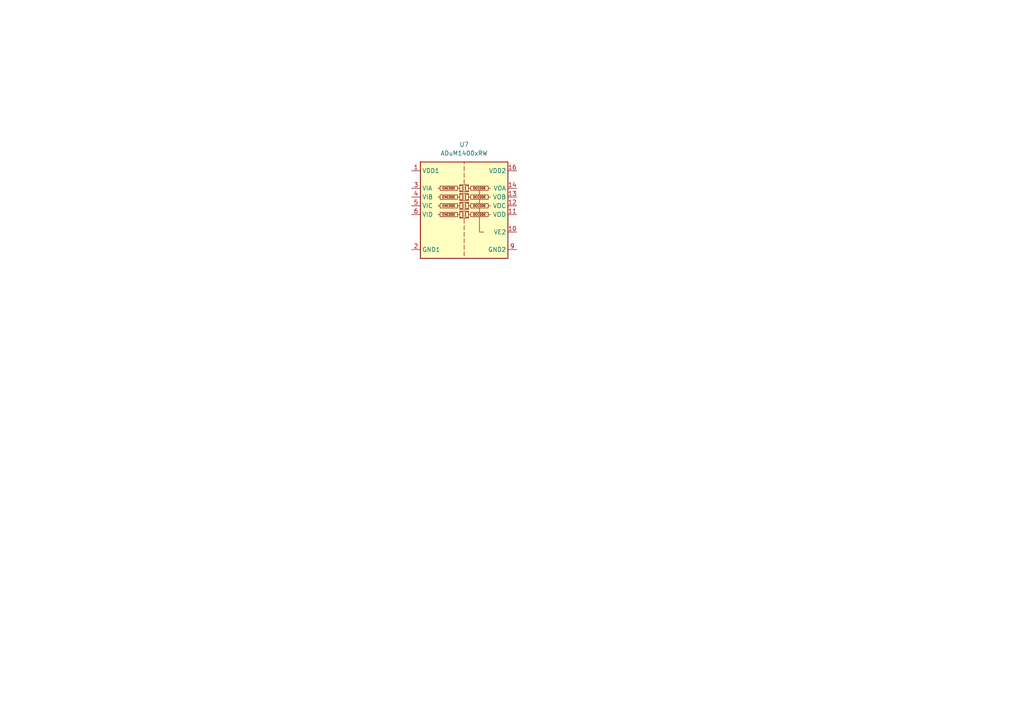
<source format=kicad_sch>
(kicad_sch (version 20250114) (generator "eeschema") (generator_version "9.0")
  (paper "A4")
  (lib_symbols
    (symbol "Isolator:ADuM1400xRW"
      (property "Reference" "U" (at 0 19.05 0))
      (property "Value" "ADuM1400xRW" (at 0 16.51 0))
      (symbol "ADuM1400xRW_0_0"
        (polyline (pts (xy -6.985 7.62) (xy -7.62 7.62)))
        (polyline (pts (xy -6.985 5.08) (xy -7.62 5.08)))
        (polyline (pts (xy -6.985 2.54) (xy -7.62 2.54)))
        (polyline (pts (xy -6.985 0) (xy -7.62 0)))
        (polyline (pts (xy -1.905 7.62) (xy -1.27 7.62)))
        (polyline (pts (xy -1.905 5.08) (xy -1.27 5.08)))
        (polyline (pts (xy -1.905 2.54) (xy -1.27 2.54)))
        (rectangle (start -1.905 0.635) (end -6.985 -0.635))
        (polyline (pts (xy -1.905 0) (xy -1.27 0)))
        (rectangle (start -1.27 8.636) (end 1.27 6.604))
        (polyline (pts (xy -1.27 8.382) (xy -0.508 8.382)))
        (polyline (pts (xy -1.27 6.858) (xy -0.508 6.858)))
        (rectangle (start -1.27 6.096) (end 1.27 4.064))
        (polyline (pts (xy -1.27 5.842) (xy -0.508 5.842)))
        (polyline (pts (xy -1.27 4.318) (xy -0.508 4.318)))
        (rectangle (start -1.27 3.556) (end 1.27 1.524))
        (polyline (pts (xy -1.27 3.302) (xy -0.508 3.302)))
        (polyline (pts (xy -1.27 1.778) (xy -0.508 1.778)))
        (rectangle (start -1.27 1.016) (end 1.27 -1.016))
        (polyline (pts (xy -1.27 0.762) (xy -0.508 0.762)))
        (polyline (pts (xy -1.27 -0.762) (xy -0.508 -0.762)))
        (arc (start -0.508 8.382) (mid -0.2551 8.128) (end -0.508 7.874))
        (arc (start -0.508 7.874) (mid -0.2551 7.62) (end -0.508 7.366))
        (arc (start -0.508 7.366) (mid -0.2551 7.112) (end -0.508 6.858))
        (arc (start -0.508 5.842) (mid -0.2551 5.588) (end -0.508 5.334))
        (arc (start -0.508 5.334) (mid -0.2551 5.08) (end -0.508 4.826))
        (arc (start -0.508 4.826) (mid -0.2551 4.572) (end -0.508 4.318))
        (arc (start -0.508 3.302) (mid -0.2551 3.048) (end -0.508 2.794))
        (arc (start -0.508 2.794) (mid -0.2551 2.54) (end -0.508 2.286))
        (arc (start -0.508 2.286) (mid -0.2551 2.032) (end -0.508 1.778))
        (arc (start -0.508 0.762) (mid -0.2551 0.508) (end -0.508 0.254))
        (arc (start -0.508 0.254) (mid -0.2551 0) (end -0.508 -0.254))
        (arc (start -0.508 -0.254) (mid -0.2551 -0.508) (end -0.508 -0.762))
        (polyline (pts (xy 0 15.24) (xy 0 14.605)))
        (polyline (pts (xy 0 12.7) (xy 0 13.97)))
        (polyline (pts (xy 0 10.795) (xy 0 12.065)))
        (polyline (pts (xy 0 8.89) (xy 0 10.16)))
        (polyline (pts (xy 0 -1.27) (xy 0 -2.54)))
        (polyline (pts (xy 0 -3.175) (xy 0 -4.445)))
        (polyline (pts (xy 0 -5.08) (xy 0 -6.35)))
        (polyline (pts (xy 0 -6.985) (xy 0 -8.255)))
        (polyline (pts (xy 0 -8.89) (xy 0 -10.16)))
        (polyline (pts (xy 0 -10.795) (xy 0 -12.065)))
        (arc (start 0.508 7.874) (mid 0.255 8.128) (end 0.508 8.382))
        (arc (start 0.508 7.366) (mid 0.255 7.62) (end 0.508 7.874))
        (arc (start 0.508 6.858) (mid 0.255 7.112) (end 0.508 7.366))
        (arc (start 0.508 5.334) (mid 0.255 5.588) (end 0.508 5.842))
        (arc (start 0.508 4.826) (mid 0.255 5.08) (end 0.508 5.334))
        (arc (start 0.508 4.318) (mid 0.255 4.572) (end 0.508 4.826))
        (arc (start 0.508 2.794) (mid 0.255 3.048) (end 0.508 3.302))
        (arc (start 0.508 2.286) (mid 0.255 2.54) (end 0.508 2.794))
        (arc (start 0.508 1.778) (mid 0.255 2.032) (end 0.508 2.286))
        (arc (start 0.508 0.254) (mid 0.255 0.508) (end 0.508 0.762))
        (arc (start 0.508 -0.254) (mid 0.255 0) (end 0.508 0.254))
        (arc (start 0.508 -0.762) (mid 0.255 -0.508) (end 0.508 -0.254))
        (polyline (pts (xy 1.27 8.382) (xy 0.508 8.382)))
        (polyline (pts (xy 1.27 6.858) (xy 0.508 6.858)))
        (polyline (pts (xy 1.27 5.842) (xy 0.508 5.842)))
        (polyline (pts (xy 1.27 4.318) (xy 0.508 4.318)))
        (polyline (pts (xy 1.27 3.302) (xy 0.508 3.302)))
        (polyline (pts (xy 1.27 1.778) (xy 0.508 1.778)))
        (polyline (pts (xy 1.27 0.762) (xy 0.508 0.762)))
        (polyline (pts (xy 1.27 -0.762) (xy 0.508 -0.762)))
        (rectangle (start 1.905 8.255) (end 6.985 6.985))
        (polyline (pts (xy 1.905 7.62) (xy 1.27 7.62)))
        (rectangle (start 1.905 5.715) (end 6.985 4.445))
        (polyline (pts (xy 1.905 5.08) (xy 1.27 5.08)))
        (rectangle (start 1.905 3.175) (end 6.985 1.905))
        (polyline (pts (xy 1.905 2.54) (xy 1.27 2.54)))
        (rectangle (start 1.905 0.635) (end 6.985 -0.635))
        (polyline (pts (xy 1.905 0) (xy 1.27 0)))
        (polyline (pts (xy 4.445 5.715) (xy 4.445 6.985)))
        (polyline (pts (xy 4.445 3.175) (xy 4.445 4.445)))
        (polyline (pts (xy 4.445 0.635) (xy 4.445 1.905)))
        (polyline (pts (xy 5.715 -5.08) (xy 4.445 -5.08) (xy 4.445 -0.635)))
        (polyline (pts (xy 6.985 7.62) (xy 7.62 7.62)))
        (polyline (pts (xy 6.985 5.08) (xy 7.62 5.08)))
        (polyline (pts (xy 6.985 2.54) (xy 7.62 2.54)))
        (polyline (pts (xy 6.985 0) (xy 7.62 0)))
        (text "ENCODE" (at -4.445 7.62 0) (effects (font (size 0.635 0.635))))
        (text "ENCODE" (at -4.445 5.08 0) (effects (font (size 0.635 0.635))))
        (text "ENCODE" (at -4.445 2.54 0) (effects (font (size 0.635 0.635))))
        (text "ENCODE" (at -4.445 0 0) (effects (font (size 0.635 0.635))))
        (text "DECODE" (at 4.445 7.62 0) (effects (font (size 0.635 0.635))))
        (text "DECODE" (at 4.445 5.08 0) (effects (font (size 0.635 0.635))))
        (text "DECODE" (at 4.445 2.54 0) (effects (font (size 0.635 0.635))))
        (text "DECODE" (at 4.445 0 0) (effects (font (size 0.635 0.635))))
      )
      (symbol "ADuM1400xRW_0_1"
        (rectangle (start -12.7 15.24) (end 12.7 -12.7) (stroke (width 0.254)) (fill (type background)))
        (rectangle (start -1.905 8.255) (end -6.985 6.985))
        (rectangle (start -1.905 5.715) (end -6.985 4.445))
        (rectangle (start -1.905 3.175) (end -6.985 1.905))
      )
      (symbol "ADuM1400xRW_1_1"
        (pin power_in line (at -15.24 12.7 0) (length 2.54) (name "VDD1") (number "1"))
        (pin input line (at -15.24 7.62 0) (length 2.54) (name "VIA") (number "3"))
        (pin input line (at -15.24 5.08 0) (length 2.54) (name "VIB") (number "4"))
        (pin input line (at -15.24 2.54 0) (length 2.54) (name "VIC") (number "5"))
        (pin input line (at -15.24 0 0) (length 2.54) (name "VID") (number "6"))
        (pin power_in line (at -15.24 -10.16 0) (length 2.54) (name "GND1") (number "2"))
        (pin passive line (at -15.24 -10.16 0) (length 2.54) (hide yes) (name "GND1") (number "8"))
        (pin no_connect line (at -12.7 -5.08 0) (length 2.54) (hide yes) (name "NC") (number "7"))
        (pin power_in line (at 15.24 12.7 180) (length 2.54) (name "VDD2") (number "16"))
        (pin output line (at 15.24 7.62 180) (length 2.54) (name "VOA") (number "14"))
        (pin output line (at 15.24 5.08 180) (length 2.54) (name "VOB") (number "13"))
        (pin output line (at 15.24 2.54 180) (length 2.54) (name "VOC") (number "12"))
        (pin output line (at 15.24 0 180) (length 2.54) (name "VOD") (number "11"))
        (pin input line (at 15.24 -5.08 180) (length 2.54) (name "VE2") (number "10"))
        (pin passive line (at 15.24 -10.16 180) (length 2.54) (hide yes) (name "GND2") (number "15"))
        (pin power_in line (at 15.24 -10.16 180) (length 2.54) (name "GND2") (number "9"))
      )
    )
  )
  (symbol (lib_id "Isolator:ADuM1400xRW") (at 134.62 62.23 0) (unit 1)
    (property "Reference" "U7" (at 134.62 41.91 0))
    (property "Value" "ADuM1400xRW" (at 134.62 44.45 0))
    (property "Footprint" "Package_SO:SOIC-16W_7.5x10.3mm_P1.27mm" (effects (hide yes)))
    (property "Datasheet" "https://www.analog.com/media/en/technical-documentation/data-sheets/ADUM1400_1401_1402.pdf" (effects (hide yes)))
    (property "Description" "Quad Channel Digital Isolator, 10Mbps, SOIC-16" (effects (hide yes)))
  )
)
</source>
